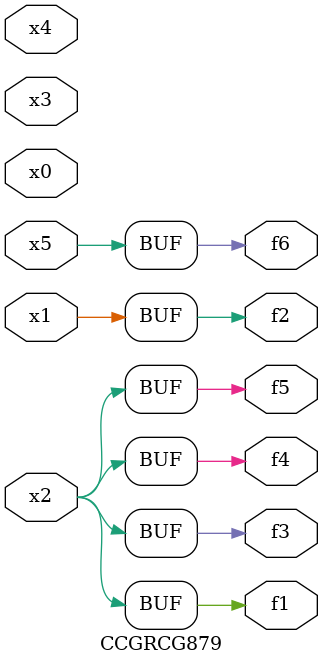
<source format=v>
module CCGRCG879(
	input x0, x1, x2, x3, x4, x5,
	output f1, f2, f3, f4, f5, f6
);
	assign f1 = x2;
	assign f2 = x1;
	assign f3 = x2;
	assign f4 = x2;
	assign f5 = x2;
	assign f6 = x5;
endmodule

</source>
